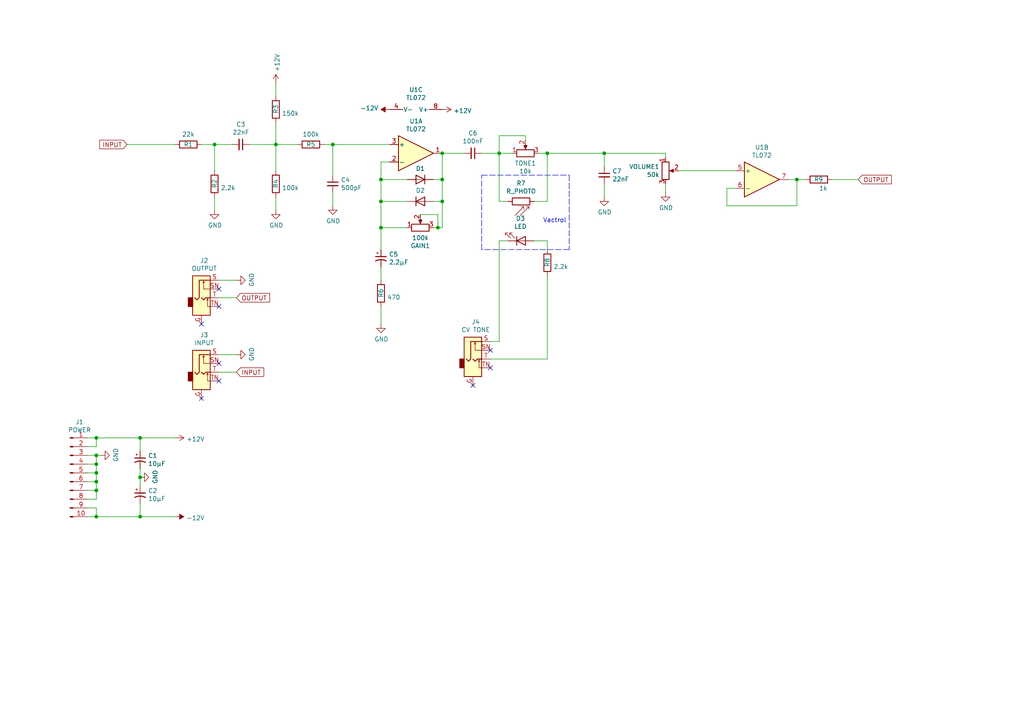
<source format=kicad_sch>
(kicad_sch (version 20211123) (generator eeschema)
  (paper "A4")
  (lib_symbols
    (symbol "Amplifier_Operational:TL072" (pin_names (offset 0.127))
      (property "Reference" "U" (at 0 5.08 0))
      (property "Value" "TL072" (at 0 -5.08 0))
      (symbol "TL072_1_1"
        (polyline (pts (xy -5.08 5.08) (xy 5.08 0) (xy -5.08 -5.08) (xy -5.08 5.08)) (stroke (width 0.254)) (fill (type background)))
        (pin output line (at 7.62 0 180) (length 2.54) (name "~") (number "1"))
        (pin input line (at -7.62 -2.54 0) (length 2.54) (name "-") (number "2"))
        (pin input line (at -7.62 2.54 0) (length 2.54) (name "+") (number "3"))
      )
      (symbol "TL072_2_1"
        (polyline (pts (xy -5.08 5.08) (xy 5.08 0) (xy -5.08 -5.08) (xy -5.08 5.08)) (stroke (width 0.254)) (fill (type background)))
        (pin input line (at -7.62 2.54 0) (length 2.54) (name "+") (number "5"))
        (pin input line (at -7.62 -2.54 0) (length 2.54) (name "-") (number "6"))
        (pin output line (at 7.62 0 180) (length 2.54) (name "~") (number "7"))
      )
      (symbol "TL072_3_1"
        (pin power_in line (at -2.54 -7.62 90) (length 3.81) (name "V-") (number "4"))
        (pin power_in line (at -2.54 7.62 270) (length 3.81) (name "V+") (number "8"))
      )
    )
    (symbol "Connector:AudioJack2_Ground_Switch"
      (property "Reference" "J" (at 0 11.43 0))
      (property "Value" "AudioJack2_Ground_Switch" (at 0 8.89 0))
      (symbol "AudioJack2_Ground_Switch_0_1"
        (rectangle (start -2.54 -2.54) (end -3.81 0) (stroke (width 0.254)) (fill (type outline)))
        (rectangle (start 2.54 6.35) (end -2.54 -5.08) (stroke (width 0.254)) (fill (type background)))
      )
      (symbol "AudioJack2_Ground_Switch_1_1"
        (polyline (pts (xy 0.635 4.826) (xy 0.889 4.318)))
        (polyline (pts (xy 1.778 -0.254) (xy 2.032 -0.762)))
        (polyline (pts (xy 0 0) (xy 0.635 -0.635) (xy 1.27 0) (xy 2.54 0)) (stroke (width 0.254)))
        (polyline (pts (xy 2.54 -2.54) (xy 1.778 -2.54) (xy 1.778 -0.254) (xy 1.524 -0.762)))
        (polyline (pts (xy 2.54 2.54) (xy 0.635 2.54) (xy 0.635 4.826) (xy 0.381 4.318)))
        (polyline (pts (xy 2.54 5.08) (xy -0.635 5.08) (xy -0.635 0) (xy -1.27 -0.635) (xy -1.905 0)) (stroke (width 0.254)))
        (pin passive line (at 0 -7.62 90) (length 2.54) (name "~") (number "G"))
        (pin passive line (at 5.08 5.08 180) (length 2.54) (name "~") (number "S"))
        (pin passive line (at 5.08 2.54 180) (length 2.54) (name "~") (number "SN"))
        (pin passive line (at 5.08 0 180) (length 2.54) (name "~") (number "T"))
        (pin passive line (at 5.08 -2.54 180) (length 2.54) (name "~") (number "TN"))
      )
    )
    (symbol "Connector:Conn_01x10_Male" (pin_names (offset 1.016) hide)
      (property "Reference" "J" (at 0 12.7 0))
      (property "Value" "Conn_01x10_Male" (at 0 -15.24 0))
      (symbol "Conn_01x10_Male_1_1"
        (polyline (pts (xy 1.27 -12.7) (xy 0.8636 -12.7)) (stroke (width 0.1524)))
        (polyline (pts (xy 1.27 -10.16) (xy 0.8636 -10.16)) (stroke (width 0.1524)))
        (polyline (pts (xy 1.27 -7.62) (xy 0.8636 -7.62)) (stroke (width 0.1524)))
        (polyline (pts (xy 1.27 -5.08) (xy 0.8636 -5.08)) (stroke (width 0.1524)))
        (polyline (pts (xy 1.27 -2.54) (xy 0.8636 -2.54)) (stroke (width 0.1524)))
        (polyline (pts (xy 1.27 0) (xy 0.8636 0)) (stroke (width 0.1524)))
        (polyline (pts (xy 1.27 2.54) (xy 0.8636 2.54)) (stroke (width 0.1524)))
        (polyline (pts (xy 1.27 5.08) (xy 0.8636 5.08)) (stroke (width 0.1524)))
        (polyline (pts (xy 1.27 7.62) (xy 0.8636 7.62)) (stroke (width 0.1524)))
        (polyline (pts (xy 1.27 10.16) (xy 0.8636 10.16)) (stroke (width 0.1524)))
        (rectangle (start 0.8636 -12.573) (end 0 -12.827) (stroke (width 0.1524)) (fill (type outline)))
        (rectangle (start 0.8636 -10.033) (end 0 -10.287) (stroke (width 0.1524)) (fill (type outline)))
        (rectangle (start 0.8636 -7.493) (end 0 -7.747) (stroke (width 0.1524)) (fill (type outline)))
        (rectangle (start 0.8636 -4.953) (end 0 -5.207) (stroke (width 0.1524)) (fill (type outline)))
        (rectangle (start 0.8636 -2.413) (end 0 -2.667) (stroke (width 0.1524)) (fill (type outline)))
        (rectangle (start 0.8636 0.127) (end 0 -0.127) (stroke (width 0.1524)) (fill (type outline)))
        (rectangle (start 0.8636 2.667) (end 0 2.413) (stroke (width 0.1524)) (fill (type outline)))
        (rectangle (start 0.8636 5.207) (end 0 4.953) (stroke (width 0.1524)) (fill (type outline)))
        (rectangle (start 0.8636 7.747) (end 0 7.493) (stroke (width 0.1524)) (fill (type outline)))
        (rectangle (start 0.8636 10.287) (end 0 10.033) (stroke (width 0.1524)) (fill (type outline)))
        (pin passive line (at 5.08 10.16 180) (length 3.81) (name "Pin_1") (number "1"))
        (pin passive line (at 5.08 -12.7 180) (length 3.81) (name "Pin_10") (number "10"))
        (pin passive line (at 5.08 7.62 180) (length 3.81) (name "Pin_2") (number "2"))
        (pin passive line (at 5.08 5.08 180) (length 3.81) (name "Pin_3") (number "3"))
        (pin passive line (at 5.08 2.54 180) (length 3.81) (name "Pin_4") (number "4"))
        (pin passive line (at 5.08 0 180) (length 3.81) (name "Pin_5") (number "5"))
        (pin passive line (at 5.08 -2.54 180) (length 3.81) (name "Pin_6") (number "6"))
        (pin passive line (at 5.08 -5.08 180) (length 3.81) (name "Pin_7") (number "7"))
        (pin passive line (at 5.08 -7.62 180) (length 3.81) (name "Pin_8") (number "8"))
        (pin passive line (at 5.08 -10.16 180) (length 3.81) (name "Pin_9") (number "9"))
      )
    )
    (symbol "Device:CP1_Small" (pin_numbers hide) (pin_names (offset 0.254) hide)
      (property "Reference" "C" (at 0.254 1.778 0))
      (property "Value" "Device_CP1_Small" (at 0.254 -2.032 0))
      (symbol "CP1_Small_0_1"
        (polyline (pts (xy -1.524 0.508) (xy 1.524 0.508)) (stroke (width 0.3048)))
        (polyline (pts (xy -1.27 1.524) (xy -0.762 1.524)))
        (polyline (pts (xy -1.016 1.27) (xy -1.016 1.778)))
        (arc (start 1.524 -0.762) (mid 0 -0.3734) (end -1.524 -0.762) (stroke (width 0.3048)))
      )
      (symbol "CP1_Small_1_1"
        (pin passive line (at 0 2.54 270) (length 2.032) (name "~") (number "1"))
        (pin passive line (at 0 -2.54 90) (length 2.032) (name "~") (number "2"))
      )
    )
    (symbol "Device:C_Small" (pin_numbers hide) (pin_names (offset 0.254) hide)
      (property "Reference" "C" (at 0.254 1.778 0))
      (property "Value" "C_Small" (at 0.254 -2.032 0))
      (symbol "C_Small_0_1"
        (polyline (pts (xy -1.524 -0.508) (xy 1.524 -0.508)) (stroke (width 0.3302)))
        (polyline (pts (xy -1.524 0.508) (xy 1.524 0.508)) (stroke (width 0.3048)))
      )
      (symbol "C_Small_1_1"
        (pin passive line (at 0 2.54 270) (length 2.032) (name "~") (number "1"))
        (pin passive line (at 0 -2.54 90) (length 2.032) (name "~") (number "2"))
      )
    )
    (symbol "Device:LED" (pin_numbers hide) (pin_names (offset 1.016) hide)
      (property "Reference" "D" (at 0 2.54 0))
      (property "Value" "LED" (at 0 -2.54 0))
      (symbol "LED_0_1"
        (polyline (pts (xy -1.27 -1.27) (xy -1.27 1.27)) (stroke (width 0.254)))
        (polyline (pts (xy -1.27 0) (xy 1.27 0)))
        (polyline (pts (xy 1.27 -1.27) (xy 1.27 1.27) (xy -1.27 0) (xy 1.27 -1.27)) (stroke (width 0.254)))
        (polyline (pts (xy -3.048 -0.762) (xy -4.572 -2.286) (xy -3.81 -2.286) (xy -4.572 -2.286) (xy -4.572 -1.524)))
        (polyline (pts (xy -1.778 -0.762) (xy -3.302 -2.286) (xy -2.54 -2.286) (xy -3.302 -2.286) (xy -3.302 -1.524)))
      )
      (symbol "LED_1_1"
        (pin passive line (at -3.81 0 0) (length 2.54) (name "K") (number "1"))
        (pin passive line (at 3.81 0 180) (length 2.54) (name "A") (number "2"))
      )
    )
    (symbol "Device:R" (pin_numbers hide) (pin_names (offset 0))
      (property "Reference" "R" (at 2.032 0 90))
      (property "Value" "R" (at 0 0 90))
      (symbol "R_0_1"
        (rectangle (start -1.016 -2.54) (end 1.016 2.54) (stroke (width 0.254)))
      )
      (symbol "R_1_1"
        (pin passive line (at 0 3.81 270) (length 1.27) (name "~") (number "1"))
        (pin passive line (at 0 -3.81 90) (length 1.27) (name "~") (number "2"))
      )
    )
    (symbol "Device:R_PHOTO" (pin_numbers hide) (pin_names (offset 0))
      (property "Reference" "R" (at 1.27 1.27 0))
      (property "Value" "Device_R_PHOTO" (at 1.27 0 0))
      (symbol "R_PHOTO_0_1"
        (rectangle (start -1.016 2.54) (end 1.016 -2.54) (stroke (width 0.254)))
        (polyline (pts (xy -1.524 -2.286) (xy -4.064 0.254)))
        (polyline (pts (xy -1.524 -2.286) (xy -2.286 -2.286)))
        (polyline (pts (xy -1.524 -2.286) (xy -1.524 -1.524)))
        (polyline (pts (xy -1.524 -0.762) (xy -4.064 1.778)))
        (polyline (pts (xy -1.524 -0.762) (xy -2.286 -0.762)))
        (polyline (pts (xy -1.524 -0.762) (xy -1.524 0)))
      )
      (symbol "R_PHOTO_1_1"
        (pin passive line (at 0 3.81 270) (length 1.27) (name "~") (number "1"))
        (pin passive line (at 0 -3.81 90) (length 1.27) (name "~") (number "2"))
      )
    )
    (symbol "Device:R_POT" (pin_names (offset 1.016) hide)
      (property "Reference" "RV" (at -4.445 0 90))
      (property "Value" "Device_R_POT" (at -2.54 0 90))
      (symbol "R_POT_0_1"
        (polyline (pts (xy 2.54 0) (xy 1.524 0)))
        (polyline (pts (xy 1.143 0) (xy 2.286 0.508) (xy 2.286 -0.508) (xy 1.143 0)) (fill (type outline)))
        (rectangle (start 1.016 2.54) (end -1.016 -2.54) (stroke (width 0.254)))
      )
      (symbol "R_POT_1_1"
        (pin passive line (at 0 3.81 270) (length 1.27) (name "1") (number "1"))
        (pin passive line (at 3.81 0 180) (length 1.27) (name "2") (number "2"))
        (pin passive line (at 0 -3.81 90) (length 1.27) (name "3") (number "3"))
      )
    )
    (symbol "Diode:1N914" (pin_numbers hide) (pin_names (offset 1.016) hide)
      (property "Reference" "D" (at 0 2.54 0))
      (property "Value" "1N914" (at 0 -2.54 0))
      (symbol "1N914_0_1"
        (polyline (pts (xy -1.27 1.27) (xy -1.27 -1.27)) (stroke (width 0.254)))
        (polyline (pts (xy 1.27 0) (xy -1.27 0)))
        (polyline (pts (xy 1.27 1.27) (xy 1.27 -1.27) (xy -1.27 0) (xy 1.27 1.27)) (stroke (width 0.254)))
      )
      (symbol "1N914_1_1"
        (pin passive line (at -3.81 0 0) (length 2.54) (name "K") (number "1"))
        (pin passive line (at 3.81 0 180) (length 2.54) (name "A") (number "2"))
      )
    )
    (symbol "power:+12V" (power) (pin_names (offset 0))
      (property "Value" "+12V" (at 0 3.556 0))
      (symbol "+12V_0_1"
        (polyline (pts (xy -0.762 1.27) (xy 0 2.54)))
        (polyline (pts (xy 0 0) (xy 0 2.54)))
        (polyline (pts (xy 0 2.54) (xy 0.762 1.27)))
      )
      (symbol "+12V_1_1"
        (pin power_in line (at 0 0 90) (length 0) hide (name "+12V") (number "1"))
      )
    )
    (symbol "power:-12V" (power) (pin_names (offset 0))
      (property "Value" "-12V" (at 0 3.81 0))
      (symbol "-12V_0_0"
        (pin power_in line (at 0 0 90) (length 0) hide (name "-12V") (number "1"))
      )
      (symbol "-12V_0_1"
        (polyline (pts (xy 0 0) (xy 0 1.27) (xy 0.762 1.27) (xy 0 2.54) (xy -0.762 1.27) (xy 0 1.27)) (fill (type outline)))
      )
    )
    (symbol "power:GND" (power) (pin_names (offset 0))
      (property "Value" "GND" (at 0 -3.81 0))
      (symbol "GND_0_1"
        (polyline (pts (xy 0 0) (xy 0 -1.27) (xy 1.27 -1.27) (xy 0 -2.54) (xy -1.27 -1.27) (xy 0 -1.27)))
      )
      (symbol "GND_1_1"
        (pin power_in line (at 0 0 270) (length 0) hide (name "GND") (number "1"))
      )
    )
  )
  (junction (at 27.94 142.24))
  (junction (at 40.64 149.86))
  (junction (at 27.94 149.86))
  (junction (at 80.01 41.91))
  (junction (at 27.94 127))
  (junction (at 27.94 132.08))
  (junction (at 27.94 134.62))
  (junction (at 158.75 44.45))
  (junction (at 110.49 52.07))
  (junction (at 231.14 52.07))
  (junction (at 128.27 44.45))
  (junction (at 144.78 44.45))
  (junction (at 62.23 41.91))
  (junction (at 128.27 52.07))
  (junction (at 40.64 127))
  (junction (at 27.94 139.7))
  (junction (at 128.27 58.42))
  (junction (at 40.64 138.43))
  (junction (at 127 66.04))
  (junction (at 27.94 137.16))
  (junction (at 175.26 44.45))
  (junction (at 110.49 66.04))
  (junction (at 96.52 41.91))
  (junction (at 110.49 58.42))
  (no_connect (at 142.24 101.6))
  (no_connect (at 63.5 88.9))
  (no_connect (at 58.42 115.57))
  (no_connect (at 58.42 93.98))
  (no_connect (at 137.16 111.76))
  (no_connect (at 63.5 110.49))
  (no_connect (at 63.5 83.82))
  (no_connect (at 63.5 105.41))
  (no_connect (at 142.24 106.68))
  (wire (pts (xy 156.21 44.45) (xy 158.75 44.45)))
  (wire (pts (xy 175.26 44.45) (xy 175.26 48.26)))
  (wire (pts (xy 25.4 147.32) (xy 27.94 147.32)))
  (wire (pts (xy 144.78 39.37) (xy 152.4 39.37)))
  (wire (pts (xy 127 62.23) (xy 127 66.04)))
  (wire (pts (xy 154.94 69.85) (xy 158.75 69.85)))
  (wire (pts (xy 158.75 80.01) (xy 158.75 104.14)))
  (wire (pts (xy 62.23 57.15) (xy 62.23 60.96)))
  (wire (pts (xy 125.73 58.42) (xy 128.27 58.42)))
  (wire (pts (xy 63.5 86.36) (xy 68.58 86.36)))
  (wire (pts (xy 25.4 149.86) (xy 27.94 149.86)))
  (wire (pts (xy 110.49 66.04) (xy 110.49 72.39)))
  (polyline (pts (xy 165.1 50.8) (xy 165.1 72.39)))
  (wire (pts (xy 58.42 41.91) (xy 62.23 41.91)))
  (wire (pts (xy 96.52 50.8) (xy 96.52 41.91)))
  (wire (pts (xy 36.83 41.91) (xy 50.8 41.91)))
  (wire (pts (xy 27.94 149.86) (xy 40.64 149.86)))
  (wire (pts (xy 80.01 35.56) (xy 80.01 41.91)))
  (wire (pts (xy 231.14 52.07) (xy 233.68 52.07)))
  (wire (pts (xy 96.52 41.91) (xy 93.98 41.91)))
  (wire (pts (xy 62.23 41.91) (xy 62.23 49.53)))
  (wire (pts (xy 144.78 58.42) (xy 144.78 44.45)))
  (wire (pts (xy 152.4 40.64) (xy 152.4 39.37)))
  (wire (pts (xy 40.64 138.43) (xy 40.64 140.97)))
  (wire (pts (xy 175.26 53.34) (xy 175.26 57.15)))
  (wire (pts (xy 25.4 144.78) (xy 27.94 144.78)))
  (wire (pts (xy 193.04 45.72) (xy 193.04 44.45)))
  (wire (pts (xy 40.64 146.05) (xy 40.64 149.86)))
  (polyline (pts (xy 139.7 72.39) (xy 139.7 50.8)))
  (wire (pts (xy 118.11 66.04) (xy 110.49 66.04)))
  (wire (pts (xy 128.27 52.07) (xy 128.27 58.42)))
  (wire (pts (xy 193.04 44.45) (xy 175.26 44.45)))
  (wire (pts (xy 128.27 58.42) (xy 128.27 66.04)))
  (wire (pts (xy 158.75 69.85) (xy 158.75 72.39)))
  (wire (pts (xy 80.01 24.13) (xy 80.01 27.94)))
  (wire (pts (xy 128.27 66.04) (xy 127 66.04)))
  (polyline (pts (xy 165.1 72.39) (xy 139.7 72.39)))
  (wire (pts (xy 142.24 104.14) (xy 158.75 104.14)))
  (wire (pts (xy 25.4 142.24) (xy 27.94 142.24)))
  (wire (pts (xy 27.94 134.62) (xy 27.94 137.16)))
  (wire (pts (xy 121.92 62.23) (xy 127 62.23)))
  (wire (pts (xy 193.04 53.34) (xy 193.04 55.88)))
  (wire (pts (xy 25.4 134.62) (xy 27.94 134.62)))
  (wire (pts (xy 80.01 57.15) (xy 80.01 60.96)))
  (wire (pts (xy 27.94 132.08) (xy 27.94 134.62)))
  (wire (pts (xy 125.73 52.07) (xy 128.27 52.07)))
  (wire (pts (xy 210.82 54.61) (xy 213.36 54.61)))
  (wire (pts (xy 110.49 46.99) (xy 113.03 46.99)))
  (wire (pts (xy 40.64 127) (xy 50.8 127)))
  (wire (pts (xy 144.78 69.85) (xy 144.78 99.06)))
  (wire (pts (xy 231.14 52.07) (xy 231.14 59.69)))
  (wire (pts (xy 96.52 59.69) (xy 96.52 55.88)))
  (wire (pts (xy 25.4 127) (xy 27.94 127)))
  (wire (pts (xy 144.78 44.45) (xy 148.59 44.45)))
  (wire (pts (xy 80.01 41.91) (xy 72.39 41.91)))
  (wire (pts (xy 25.4 139.7) (xy 27.94 139.7)))
  (wire (pts (xy 158.75 44.45) (xy 175.26 44.45)))
  (wire (pts (xy 25.4 129.54) (xy 27.94 129.54)))
  (wire (pts (xy 144.78 99.06) (xy 142.24 99.06)))
  (polyline (pts (xy 139.7 50.8) (xy 165.1 50.8)))
  (wire (pts (xy 154.94 58.42) (xy 158.75 58.42)))
  (wire (pts (xy 63.5 107.95) (xy 68.58 107.95)))
  (wire (pts (xy 210.82 59.69) (xy 210.82 54.61)))
  (wire (pts (xy 27.94 137.16) (xy 27.94 139.7)))
  (wire (pts (xy 110.49 81.28) (xy 110.49 77.47)))
  (wire (pts (xy 63.5 81.28) (xy 68.58 81.28)))
  (wire (pts (xy 127 66.04) (xy 125.73 66.04)))
  (wire (pts (xy 158.75 58.42) (xy 158.75 44.45)))
  (wire (pts (xy 40.64 135.89) (xy 40.64 138.43)))
  (wire (pts (xy 63.5 102.87) (xy 68.58 102.87)))
  (wire (pts (xy 27.94 137.16) (xy 25.4 137.16)))
  (wire (pts (xy 134.62 44.45) (xy 128.27 44.45)))
  (wire (pts (xy 110.49 58.42) (xy 110.49 66.04)))
  (wire (pts (xy 27.94 142.24) (xy 27.94 144.78)))
  (wire (pts (xy 27.94 132.08) (xy 29.21 132.08)))
  (wire (pts (xy 118.11 58.42) (xy 110.49 58.42)))
  (wire (pts (xy 27.94 142.24) (xy 27.94 139.7)))
  (wire (pts (xy 27.94 127) (xy 40.64 127)))
  (wire (pts (xy 40.64 130.81) (xy 40.64 127)))
  (wire (pts (xy 231.14 59.69) (xy 210.82 59.69)))
  (wire (pts (xy 27.94 129.54) (xy 27.94 127)))
  (wire (pts (xy 147.32 69.85) (xy 144.78 69.85)))
  (wire (pts (xy 96.52 41.91) (xy 113.03 41.91)))
  (wire (pts (xy 110.49 52.07) (xy 110.49 58.42)))
  (wire (pts (xy 144.78 39.37) (xy 144.78 44.45)))
  (wire (pts (xy 110.49 93.98) (xy 110.49 88.9)))
  (wire (pts (xy 144.78 58.42) (xy 147.32 58.42)))
  (wire (pts (xy 128.27 44.45) (xy 128.27 52.07)))
  (wire (pts (xy 80.01 41.91) (xy 80.01 49.53)))
  (wire (pts (xy 25.4 132.08) (xy 27.94 132.08)))
  (wire (pts (xy 118.11 52.07) (xy 110.49 52.07)))
  (wire (pts (xy 40.64 149.86) (xy 50.8 149.86)))
  (wire (pts (xy 80.01 41.91) (xy 86.36 41.91)))
  (wire (pts (xy 139.7 44.45) (xy 144.78 44.45)))
  (wire (pts (xy 27.94 147.32) (xy 27.94 149.86)))
  (wire (pts (xy 228.6 52.07) (xy 231.14 52.07)))
  (wire (pts (xy 241.3 52.07) (xy 248.92 52.07)))
  (wire (pts (xy 110.49 46.99) (xy 110.49 52.07)))
  (wire (pts (xy 196.85 49.53) (xy 213.36 49.53)))
  (wire (pts (xy 67.31 41.91) (xy 62.23 41.91)))
  (text "Vactrol" (at 157.48 64.77 0) (effects (font (size 1.27 1.27)) (justify left bottom)))
  (global_label "OUTPUT" (shape input) (at 68.58 86.36 0) (property "Intersheet References" "${INTERSHEET_REFS}" (effects hide)))
  (global_label "INPUT" (shape input) (at 68.58 107.95 0) (property "Intersheet References" "${INTERSHEET_REFS}" (effects hide)))
  (global_label "OUTPUT" (shape input) (at 248.92 52.07 0) (property "Intersheet References" "${INTERSHEET_REFS}" (effects hide)))
  (global_label "INPUT" (shape input) (at 36.83 41.91 180) (property "Intersheet References" "${INTERSHEET_REFS}" (effects hide)))
  (symbol (lib_id "Device:R") (at 90.17 41.91 90) (unit 1)
    (property "Reference" "R5" (at 90.17 41.91 90))
    (property "Value" "100k" (at 90.17 38.9636 90))
    (property "Footprint" "Resistor_THT:R_Axial_DIN0309_L9.0mm_D3.2mm_P12.70mm_Horizontal" (effects hide))
  )
  (symbol (lib_id "Device:R") (at 80.01 53.34 0) (unit 1)
    (property "Reference" "R4" (at 80.01 54.61 90) (effects (justify left)))
    (property "Value" "100k" (at 81.788 54.483 0) (effects (justify left)))
    (property "Footprint" "Resistor_THT:R_Axial_DIN0309_L9.0mm_D3.2mm_P12.70mm_Horizontal" (effects hide))
  )
  (symbol (lib_id "Device:R") (at 110.49 85.09 0) (unit 1)
    (property "Reference" "R6" (at 110.49 86.36 90) (effects (justify left)))
    (property "Value" "470" (at 112.268 86.233 0) (effects (justify left)))
    (property "Footprint" "Resistor_THT:R_Axial_DIN0309_L9.0mm_D3.2mm_P12.70mm_Horizontal" (effects hide))
  )
  (symbol (lib_id "Device:R") (at 80.01 31.75 0) (unit 1)
    (property "Reference" "R3" (at 80.01 33.02 90) (effects (justify left)))
    (property "Value" "150k" (at 81.788 32.893 0) (effects (justify left)))
    (property "Footprint" "Resistor_THT:R_Axial_DIN0309_L9.0mm_D3.2mm_P12.70mm_Horizontal" (effects hide))
  )
  (symbol (lib_id "Device:C_Small") (at 69.85 41.91 270) (unit 1)
    (property "Reference" "C3" (at 69.85 36.0934 90))
    (property "Value" "22nF" (at 69.85 38.4048 90))
    (property "Footprint" "Capacitor_THT:C_Rect_L4.6mm_W2.0mm_P2.50mm_MKS02_FKP02" (effects hide))
  )
  (symbol (lib_id "Device:C_Small") (at 96.52 53.34 0) (unit 1)
    (property "Reference" "C4" (at 98.8568 52.1716 0) (effects (justify left)))
    (property "Value" "500pF" (at 98.8568 54.483 0) (effects (justify left)))
    (property "Footprint" "Capacitor_THT:C_Rect_L7.0mm_W2.0mm_P5.00mm" (effects hide))
  )
  (symbol (lib_id "Device:C_Small") (at 137.16 44.45 270) (unit 1)
    (property "Reference" "C6" (at 137.16 38.6334 90))
    (property "Value" "100nF" (at 137.16 40.9448 90))
    (property "Footprint" "Capacitor_THT:C_Rect_L7.0mm_W2.5mm_P5.00mm" (effects hide))
  )
  (symbol (lib_id "Device:C_Small") (at 175.26 50.8 0) (unit 1)
    (property "Reference" "C7" (at 177.5968 49.6316 0) (effects (justify left)))
    (property "Value" "22nF" (at 177.5968 51.943 0) (effects (justify left)))
    (property "Footprint" "Capacitor_THT:C_Rect_L4.6mm_W2.0mm_P2.50mm_MKS02_FKP02" (effects hide))
  )
  (symbol (lib_id "Device:CP1_Small") (at 110.49 74.93 0) (unit 1)
    (property "Reference" "C5" (at 112.8014 73.7616 0) (effects (justify left)))
    (property "Value" "2.2µF" (at 112.8014 76.073 0) (effects (justify left)))
    (property "Footprint" "Capacitor_THT:CP_Radial_D5.0mm_P2.00mm" (effects hide))
  )
  (symbol (lib_id "Diode:1N914") (at 121.92 58.42 0) (unit 1)
    (property "Reference" "D2" (at 121.92 55.245 0))
    (property "Value" "1N914" (effects hide))
    (property "Footprint" "Diode_THT:D_DO-35_SOD27_P7.62mm_Horizontal" (effects hide))
    (property "Datasheet" "http://www.vishay.com/docs/85622/1n914.pdf" (effects hide))
  )
  (symbol (lib_id "Diode:1N914") (at 121.92 52.07 180) (unit 1)
    (property "Reference" "D1" (at 121.92 48.895 0))
    (property "Value" "1N914" (effects hide))
    (property "Footprint" "Diode_THT:D_DO-35_SOD27_P7.62mm_Horizontal" (effects hide))
    (property "Datasheet" "http://www.vishay.com/docs/85622/1n914.pdf" (effects hide))
  )
  (symbol (lib_id "Device:R_POT") (at 193.04 49.53 0) (unit 1)
    (property "Reference" "VOLUME1" (at 191.262 48.3616 0) (effects (justify right)))
    (property "Value" "50k" (at 191.262 50.673 0) (effects (justify right)))
    (property "Footprint" "Potentiometer_THT:Potentiometer_Alps_RK09K_Single_Vertical" (effects hide))
  )
  (symbol (lib_id "Device:R_POT") (at 152.4 44.45 90) (unit 1)
    (property "Reference" "TONE1" (at 152.4 47.371 90))
    (property "Value" "10k" (at 152.4 49.6824 90))
    (property "Footprint" "Potentiometer_THT:Potentiometer_Alps_RK09K_Single_Vertical" (effects hide))
  )
  (symbol (lib_id "Device:R_POT") (at 121.92 66.04 90) (unit 1)
    (property "Reference" "GAIN1" (at 121.92 71.2978 90))
    (property "Value" "100k" (at 121.92 68.9864 90))
    (property "Footprint" "Potentiometer_THT:Potentiometer_Bourns_PTV09A-1_Single_Vertical" (effects hide))
  )
  (symbol (lib_id "Amplifier_Operational:TL072") (at 120.65 44.45 0) (unit 1)
    (property "Reference" "U1" (at 120.65 35.1282 0))
    (property "Value" "TL072" (at 120.65 37.4396 0))
    (property "Footprint" "Package_DIP:DIP-8_W7.62mm" (effects hide))
    (property "Datasheet" "http://www.ti.com/lit/ds/symlink/tl071.pdf" (effects hide))
  )
  (symbol (lib_id "power:GND") (at 80.01 60.96 0) (unit 1)
    (property "Reference" "#PWR09" (effects hide))
    (property "Value" "GND" (at 80.137 65.3542 0))
  )
  (symbol (lib_id "power:GND") (at 96.52 59.69 0) (unit 1)
    (property "Reference" "#PWR010" (effects hide))
    (property "Value" "GND" (at 96.647 64.0842 0))
  )
  (symbol (lib_id "power:GND") (at 110.49 93.98 0) (unit 1)
    (property "Reference" "#PWR011" (effects hide))
    (property "Value" "GND" (at 110.617 98.3742 0))
  )
  (symbol (lib_id "power:GND") (at 193.04 55.88 0) (unit 1)
    (property "Reference" "#PWR016" (effects hide))
    (property "Value" "GND" (at 193.167 60.2742 0))
  )
  (symbol (lib_id "power:GND") (at 175.26 57.15 0) (unit 1)
    (property "Reference" "#PWR014" (effects hide))
    (property "Value" "GND" (at 175.387 61.5442 0))
  )
  (symbol (lib_id "Amplifier_Operational:TL072") (at 120.65 34.29 270) (unit 3)
    (property "Reference" "U1" (at 120.65 26.035 90))
    (property "Value" "TL072" (at 120.65 28.3464 90))
    (property "Footprint" "Package_DIP:DIP-8_W7.62mm" (effects hide))
    (property "Datasheet" "http://www.ti.com/lit/ds/symlink/tl071.pdf" (effects hide))
  )
  (symbol (lib_id "power:+12V") (at 50.8 127 270) (unit 1)
    (property "Reference" "#PWR03" (effects hide))
    (property "Value" "+12V" (at 54.0512 127.381 90) (effects (justify left)))
  )
  (symbol (lib_id "power:-12V") (at 50.8 149.86 270) (unit 1)
    (property "Reference" "#PWR04" (effects hide))
    (property "Value" "-12V" (at 54.0512 150.241 90) (effects (justify left)))
  )
  (symbol (lib_id "power:+12V") (at 128.27 31.75 270) (unit 1)
    (property "Reference" "#PWR013" (effects hide))
    (property "Value" "+12V" (at 131.5212 32.131 90) (effects (justify left)))
  )
  (symbol (lib_id "power:-12V") (at 113.03 31.75 90) (unit 1)
    (property "Reference" "#PWR012" (effects hide))
    (property "Value" "-12V" (at 109.7788 31.369 90) (effects (justify left)))
  )
  (symbol (lib_id "power:GND") (at 29.21 132.08 90) (unit 1)
    (property "Reference" "#PWR01" (effects hide))
    (property "Value" "GND" (at 33.6042 131.953 0))
  )
  (symbol (lib_id "Connector:Conn_01x10_Male") (at 20.32 137.16 0) (unit 1)
    (property "Reference" "J1" (at 23.0632 122.4026 0))
    (property "Value" "POWER" (at 23.0632 124.714 0))
    (property "Footprint" "Connector_PinHeader_2.54mm:PinHeader_2x05_P2.54mm_Vertical" (effects hide))
  )
  (symbol (lib_id "Device:CP1_Small") (at 40.64 133.35 0) (unit 1)
    (property "Reference" "C1" (at 42.9514 132.1816 0) (effects (justify left)))
    (property "Value" "10µF" (at 42.9514 134.493 0) (effects (justify left)))
    (property "Footprint" "Capacitor_THT:CP_Radial_D5.0mm_P2.00mm" (effects hide))
  )
  (symbol (lib_id "Device:R_PHOTO") (at 151.13 58.42 90) (unit 1)
    (property "Reference" "R7" (at 151.13 53.1622 90))
    (property "Value" "R_PHOTO" (at 151.13 55.4736 90))
    (property "Footprint" "OptoDevice:R_LDR_5.1x4.3mm_P3.4mm_Vertical" (effects hide))
  )
  (symbol (lib_id "Device:CP1_Small") (at 40.64 143.51 0) (unit 1)
    (property "Reference" "C2" (at 42.9514 142.3416 0) (effects (justify left)))
    (property "Value" "10µF" (at 42.9514 144.653 0) (effects (justify left)))
    (property "Footprint" "Capacitor_THT:CP_Radial_D5.0mm_P2.00mm" (effects hide))
  )
  (symbol (lib_id "Device:LED") (at 151.13 69.85 0) (mirror x) (unit 1)
    (property "Reference" "D3" (at 150.9522 63.373 0))
    (property "Value" "LED" (at 150.9522 65.6844 0))
    (property "Footprint" "LED_THT:LED_D5.0mm" (effects hide))
  )
  (symbol (lib_id "Device:R") (at 158.75 76.2 0) (unit 1)
    (property "Reference" "R8" (at 158.75 77.47 90) (effects (justify left)))
    (property "Value" "2.2k" (at 160.528 77.343 0) (effects (justify left)))
    (property "Footprint" "Resistor_THT:R_Axial_DIN0309_L9.0mm_D3.2mm_P12.70mm_Horizontal" (effects hide))
  )
  (symbol (lib_id "power:GND") (at 40.64 138.43 90) (unit 1)
    (property "Reference" "#PWR02" (effects hide))
    (property "Value" "GND" (at 45.0342 138.303 0))
  )
  (symbol (lib_id "Connector:AudioJack2_Ground_Switch") (at 137.16 104.14 0) (unit 1)
    (property "Reference" "J4" (at 137.9728 93.345 0))
    (property "Value" "CV TONE" (at 137.9728 95.6564 0))
    (property "Footprint" "Connector_Audio:Jack_3.5mm_QingPu_WQP-PJ398SM_Vertical_CircularHoles" (effects hide))
  )
  (symbol (lib_id "Connector:AudioJack2_Ground_Switch") (at 58.42 86.36 0) (unit 1)
    (property "Reference" "J2" (at 59.2328 75.565 0))
    (property "Value" "OUTPUT" (at 59.2328 77.8764 0))
    (property "Footprint" "Connector_Audio:Jack_3.5mm_QingPu_WQP-PJ398SM_Vertical_CircularHoles" (effects hide))
  )
  (symbol (lib_id "Connector:AudioJack2_Ground_Switch") (at 58.42 107.95 0) (unit 1)
    (property "Reference" "J3" (at 59.2328 97.155 0))
    (property "Value" "INPUT" (at 59.2328 99.4664 0))
    (property "Footprint" "Connector_Audio:Jack_3.5mm_QingPu_WQP-PJ398SM_Vertical_CircularHoles" (effects hide))
  )
  (symbol (lib_id "power:GND") (at 68.58 102.87 90) (unit 1)
    (property "Reference" "#PWR07" (effects hide))
    (property "Value" "GND" (at 72.9742 102.743 0))
  )
  (symbol (lib_id "power:GND") (at 68.58 81.28 90) (unit 1)
    (property "Reference" "#PWR06" (effects hide))
    (property "Value" "GND" (at 72.9742 81.153 0))
  )
  (symbol (lib_id "power:GND") (at 62.23 60.96 0) (unit 1)
    (property "Reference" "#PWR05" (effects hide))
    (property "Value" "GND" (at 62.357 65.3542 0))
  )
  (symbol (lib_id "Device:R") (at 62.23 53.34 0) (unit 1)
    (property "Reference" "R2" (at 62.23 54.61 90) (effects (justify left)))
    (property "Value" "2.2k" (at 64.008 54.483 0) (effects (justify left)))
    (property "Footprint" "Resistor_THT:R_Axial_DIN0309_L9.0mm_D3.2mm_P12.70mm_Horizontal" (effects hide))
  )
  (symbol (lib_id "Device:R") (at 54.61 41.91 90) (unit 1)
    (property "Reference" "R1" (at 54.61 41.91 90))
    (property "Value" "22k" (at 54.61 38.9636 90))
    (property "Footprint" "Resistor_THT:R_Axial_DIN0309_L9.0mm_D3.2mm_P12.70mm_Horizontal" (effects hide))
  )
  (symbol (lib_id "power:+12V") (at 80.01 24.13 0) (unit 1)
    (property "Reference" "#PWR08" (effects hide))
    (property "Value" "+12V" (at 80.391 20.8788 90) (effects (justify left)))
  )
  (symbol (lib_id "Amplifier_Operational:TL072") (at 220.98 52.07 0) (unit 2)
    (property "Reference" "U1" (at 220.98 42.7482 0))
    (property "Value" "TL072" (at 220.98 45.0596 0))
    (property "Footprint" "Package_DIP:DIP-8_W7.62mm" (effects hide))
    (property "Datasheet" "http://www.ti.com/lit/ds/symlink/tl071.pdf" (effects hide))
  )
  (symbol (lib_id "Device:R") (at 237.49 52.07 90) (unit 1)
    (property "Reference" "R9" (at 238.76 52.07 90) (effects (justify left)))
    (property "Value" "1k" (at 240.03 54.61 90) (effects (justify left)))
    (property "Footprint" "Resistor_THT:R_Axial_DIN0309_L9.0mm_D3.2mm_P12.70mm_Horizontal" (effects hide))
  )
)
</source>
